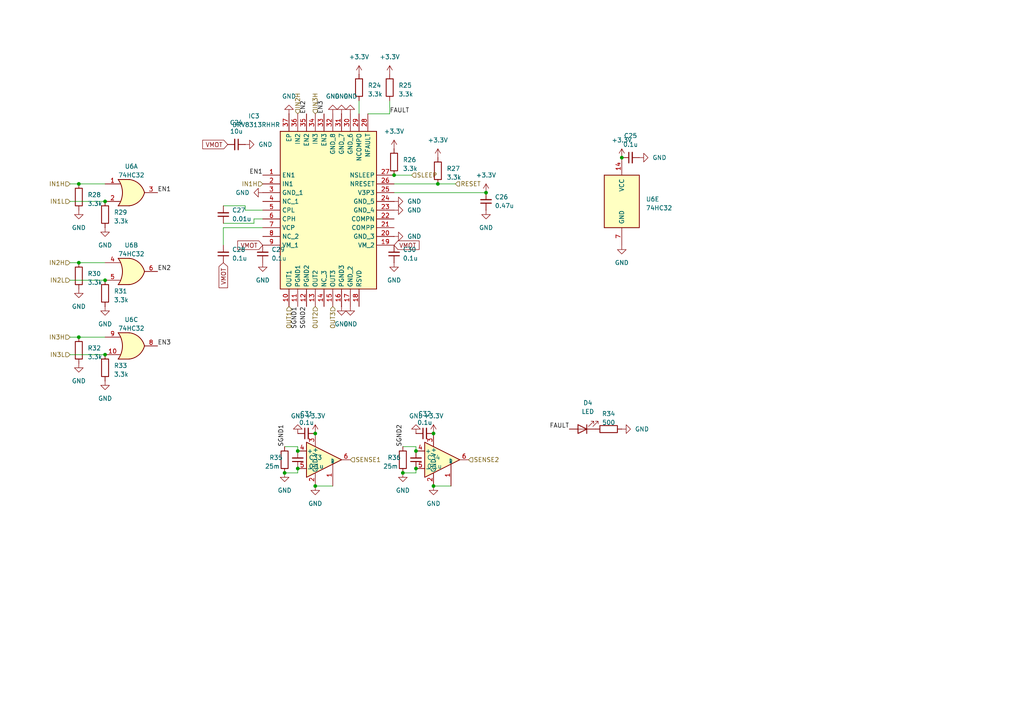
<source format=kicad_sch>
(kicad_sch (version 20250114) (generator "eeschema") (generator_version "9.0")
  (paper "A4")
  (lib_symbols
    (symbol "+3.3V_1" (power) (pin_numbers (hide yes)) (pin_names (offset 0) (hide yes))
      (property "Value" "+3.3V" (at 0 3.556 0))
      (symbol "+3.3V_1_0_1"
        (polyline (pts (xy -0.762 1.27) (xy 0 2.54)))
        (polyline (pts (xy 0 2.54) (xy 0.762 1.27)))
        (polyline (pts (xy 0 0) (xy 0 2.54)))
      )
      (symbol "+3.3V_1_1_1"
        (pin power_in line (at 0 0 90) (length 0) (name "~") (number "1"))
      )
    )
    (symbol "Amplifier_Current:INA199xxDCK" (pin_names (offset 0.127))
      (property "Reference" "U" (at 3.81 3.81 0))
      (property "Value" "INA199xxDCK" (at 3.81 -2.54 0))
      (symbol "INA199xxDCK_0_1"
        (polyline (pts (xy 5.08 0) (xy -5.08 5.08) (xy -5.08 -5.08) (xy 5.08 0)) (stroke (width 0.254)) (fill (type background)))
      )
      (symbol "INA199xxDCK_1_1"
        (pin input line (at -7.62 2.54 0) (length 2.54) (name "+") (number "4"))
        (pin input line (at -7.62 -2.54 0) (length 2.54) (name "-") (number "5"))
        (pin power_in line (at -2.54 7.62 270) (length 3.81) (name "V+") (number "3"))
        (pin power_in line (at -2.54 -7.62 90) (length 3.81) (name "GND") (number "2"))
        (pin input line (at 2.54 -7.62 90) (length 6.35) (name "REF") (number "1"))
        (pin output line (at 7.62 0 180) (length 2.54) (name "~") (number "6"))
      )
    )
    (symbol "DRV8313RHHR:DRV8313RHHR"
      (property "Reference" "IC" (at 34.29 17.78 0))
      (property "Value" "DRV8313RHHR" (at 34.29 15.24 0))
      (symbol "DRV8313RHHR_1_1"
        (rectangle (start 5.08 12.7) (end 33.02 -33.02) (stroke (width 0.254)) (fill (type background)))
        (pin passive line (at 0 0 0) (length 5.08) (name "EN1") (number "1"))
        (pin passive line (at 0 -2.54 0) (length 5.08) (name "IN1") (number "2"))
        (pin passive line (at 0 -5.08 0) (length 5.08) (name "GND_1") (number "3"))
        (pin passive line (at 0 -7.62 0) (length 5.08) (name "NC_1") (number "4"))
        (pin passive line (at 0 -10.16 0) (length 5.08) (name "CPL") (number "5"))
        (pin passive line (at 0 -12.7 0) (length 5.08) (name "CPH") (number "6"))
        (pin passive line (at 0 -15.24 0) (length 5.08) (name "VCP") (number "7"))
        (pin passive line (at 0 -17.78 0) (length 5.08) (name "NC_2") (number "8"))
        (pin passive line (at 0 -20.32 0) (length 5.08) (name "VM_1") (number "9"))
        (pin passive line (at 7.62 17.78 270) (length 5.08) (name "EP") (number "37"))
        (pin passive line (at 7.62 -38.1 90) (length 5.08) (name "OUT1") (number "10"))
        (pin passive line (at 10.16 17.78 270) (length 5.08) (name "IN2") (number "36"))
        (pin passive line (at 10.16 -38.1 90) (length 5.08) (name "PGND1") (number "11"))
        (pin passive line (at 12.7 17.78 270) (length 5.08) (name "EN2") (number "35"))
        (pin passive line (at 12.7 -38.1 90) (length 5.08) (name "PGND2") (number "12"))
        (pin passive line (at 15.24 17.78 270) (length 5.08) (name "IN3") (number "34"))
        (pin passive line (at 15.24 -38.1 90) (length 5.08) (name "OUT2") (number "13"))
        (pin passive line (at 17.78 17.78 270) (length 5.08) (name "EN3") (number "33"))
        (pin passive line (at 17.78 -38.1 90) (length 5.08) (name "NC_3") (number "14"))
        (pin passive line (at 20.32 17.78 270) (length 5.08) (name "GND_8") (number "32"))
        (pin passive line (at 20.32 -38.1 90) (length 5.08) (name "OUT3") (number "15"))
        (pin passive line (at 22.86 17.78 270) (length 5.08) (name "GND_7") (number "31"))
        (pin passive line (at 22.86 -38.1 90) (length 5.08) (name "PGND3") (number "16"))
        (pin passive line (at 25.4 17.78 270) (length 5.08) (name "GND_6") (number "30"))
        (pin passive line (at 25.4 -38.1 90) (length 5.08) (name "GND_2") (number "17"))
        (pin passive line (at 27.94 17.78 270) (length 5.08) (name "NCOMPO") (number "29"))
        (pin passive line (at 27.94 -38.1 90) (length 5.08) (name "RSVD") (number "18"))
        (pin passive line (at 30.48 17.78 270) (length 5.08) (name "NFAULT") (number "28"))
        (pin passive line (at 38.1 0 180) (length 5.08) (name "NSLEEP") (number "27"))
        (pin passive line (at 38.1 -2.54 180) (length 5.08) (name "NRESET") (number "26"))
        (pin passive line (at 38.1 -5.08 180) (length 5.08) (name "V3P3") (number "25"))
        (pin passive line (at 38.1 -7.62 180) (length 5.08) (name "GND_5") (number "24"))
        (pin passive line (at 38.1 -10.16 180) (length 5.08) (name "GND_4") (number "23"))
        (pin passive line (at 38.1 -12.7 180) (length 5.08) (name "COMPN") (number "22"))
        (pin passive line (at 38.1 -15.24 180) (length 5.08) (name "COMPP") (number "21"))
        (pin passive line (at 38.1 -17.78 180) (length 5.08) (name "GND_3") (number "20"))
        (pin passive line (at 38.1 -20.32 180) (length 5.08) (name "VM_2") (number "19"))
      )
    )
    (symbol "Device:C_Small" (pin_numbers (hide yes)) (pin_names (offset 0.254) (hide yes))
      (property "Reference" "C" (at 0.254 1.778 0))
      (property "Value" "C_Small" (at 0.254 -2.032 0))
      (symbol "C_Small_0_1"
        (polyline (pts (xy -1.524 0.508) (xy 1.524 0.508)) (stroke (width 0.3048)))
        (polyline (pts (xy -1.524 -0.508) (xy 1.524 -0.508)) (stroke (width 0.3302)))
      )
      (symbol "C_Small_1_1"
        (pin passive line (at 0 2.54 270) (length 2.032) (name "~") (number "1"))
        (pin passive line (at 0 -2.54 90) (length 2.032) (name "~") (number "2"))
      )
    )
    (symbol "Device:LED" (pin_numbers (hide yes)) (pin_names (offset 1.016) (hide yes))
      (property "Reference" "D" (at 0 2.54 0))
      (property "Value" "LED" (at 0 -2.54 0))
      (symbol "LED_0_1"
        (polyline (pts (xy -3.048 -0.762) (xy -4.572 -2.286) (xy -3.81 -2.286) (xy -4.572 -2.286) (xy -4.572 -1.524)))
        (polyline (pts (xy -1.778 -0.762) (xy -3.302 -2.286) (xy -2.54 -2.286) (xy -3.302 -2.286) (xy -3.302 -1.524)))
        (polyline (pts (xy -1.27 0) (xy 1.27 0)))
        (polyline (pts (xy -1.27 -1.27) (xy -1.27 1.27)) (stroke (width 0.254)))
        (polyline (pts (xy 1.27 -1.27) (xy 1.27 1.27) (xy -1.27 0) (xy 1.27 -1.27)) (stroke (width 0.254)))
      )
      (symbol "LED_1_1"
        (pin passive line (at -3.81 0 0) (length 2.54) (name "K") (number "1"))
        (pin passive line (at 3.81 0 180) (length 2.54) (name "A") (number "2"))
      )
    )
    (symbol "Device:R" (pin_numbers (hide yes)) (pin_names (offset 0))
      (property "Reference" "R" (at 2.032 0 90))
      (property "Value" "R" (at 0 0 90))
      (symbol "R_0_1"
        (rectangle (start -1.016 -2.54) (end 1.016 2.54) (stroke (width 0.254)))
      )
      (symbol "R_1_1"
        (pin passive line (at 0 3.81 270) (length 1.27) (name "~") (number "1"))
        (pin passive line (at 0 -3.81 90) (length 1.27) (name "~") (number "2"))
      )
    )
    (symbol "GND_1" (power) (pin_numbers (hide yes)) (pin_names (offset 0) (hide yes))
      (property "Value" "GND" (at 0 -3.81 0))
      (symbol "GND_1_0_1"
        (polyline (pts (xy 0 0) (xy 0 -1.27) (xy 1.27 -1.27) (xy 0 -2.54) (xy -1.27 -1.27) (xy 0 -1.27)))
      )
      (symbol "GND_1_1_1"
        (pin power_in line (at 0 0 270) (length 0) (name "~") (number "1"))
      )
    )
    (symbol "TacTile:74HC32" (pin_names (offset 1.016))
      (property "Reference" "U" (at 0 1.27 0))
      (property "Value" "74HC32" (at 0 -1.27 0))
      (symbol "74HC32_1_1"
        (arc (start -3.81 3.81) (mid -2.589 0) (end -3.81 -3.81) (stroke (width 0.254)))
        (polyline (pts (xy -3.81 3.81) (xy -0.635 3.81)) (stroke (width 0.254)) (fill (type background)))
        (polyline (pts (xy -3.81 -3.81) (xy -0.635 -3.81)) (stroke (width 0.254)) (fill (type background)))
        (arc (start 3.81 0) (mid 2.1855 -2.584) (end -0.6096 -3.81) (stroke (width 0.254)) (fill (type background)))
        (arc (start -0.6096 3.81) (mid 2.1928 2.5924) (end 3.81 0) (stroke (width 0.254)) (fill (type background)))
        (polyline (pts (xy -0.635 3.81) (xy -3.81 3.81) (xy -3.81 3.81) (xy -3.556 3.4036) (xy -3.0226 2.2606) (xy -2.6924 1.0414) (xy -2.6162 -0.254) (xy -2.7686 -1.4986) (xy -3.175 -2.7178) (xy -3.81 -3.81) (xy -3.81 -3.81) (xy -0.635 -3.81)) (stroke (width -25.4)) (fill (type background)))
        (pin input line (at -7.62 2.54 0) (length 4.318) (name "~") (number "1"))
        (pin input line (at -7.62 -2.54 0) (length 4.318) (name "~") (number "2"))
        (pin output line (at 7.62 0 180) (length 3.81) (name "~") (number "3"))
      )
      (symbol "74HC32_1_2"
        (arc (start 0 3.81) (mid 3.7934 0) (end 0 -3.81) (stroke (width 0.254)) (fill (type background)))
        (polyline (pts (xy 0 3.81) (xy -3.81 3.81) (xy -3.81 -3.81) (xy 0 -3.81)) (stroke (width 0.254)) (fill (type background)))
        (pin input inverted (at -7.62 2.54 0) (length 3.81) (name "~") (number "2"))
        (pin input inverted (at -7.62 -2.54 0) (length 3.81) (name "~") (number "3"))
        (pin output line (at 7.62 0 180) (length 3.81) (name "~") (number "1"))
      )
      (symbol "74HC32_2_1"
        (arc (start -3.81 3.81) (mid -2.589 0) (end -3.81 -3.81) (stroke (width 0.254)))
        (polyline (pts (xy -3.81 3.81) (xy -0.635 3.81)) (stroke (width 0.254)) (fill (type background)))
        (polyline (pts (xy -3.81 -3.81) (xy -0.635 -3.81)) (stroke (width 0.254)) (fill (type background)))
        (arc (start 3.81 0) (mid 2.1855 -2.584) (end -0.6096 -3.81) (stroke (width 0.254)) (fill (type background)))
        (arc (start -0.6096 3.81) (mid 2.1928 2.5924) (end 3.81 0) (stroke (width 0.254)) (fill (type background)))
        (polyline (pts (xy -0.635 3.81) (xy -3.81 3.81) (xy -3.81 3.81) (xy -3.556 3.4036) (xy -3.0226 2.2606) (xy -2.6924 1.0414) (xy -2.6162 -0.254) (xy -2.7686 -1.4986) (xy -3.175 -2.7178) (xy -3.81 -3.81) (xy -3.81 -3.81) (xy -0.635 -3.81)) (stroke (width -25.4)) (fill (type background)))
        (pin input line (at -7.62 2.54 0) (length 4.318) (name "~") (number "4"))
        (pin input line (at -7.62 -2.54 0) (length 4.318) (name "~") (number "5"))
        (pin output line (at 7.62 0 180) (length 3.81) (name "~") (number "6"))
      )
      (symbol "74HC32_2_2"
        (arc (start 0 3.81) (mid 3.7934 0) (end 0 -3.81) (stroke (width 0.254)) (fill (type background)))
        (polyline (pts (xy 0 3.81) (xy -3.81 3.81) (xy -3.81 -3.81) (xy 0 -3.81)) (stroke (width 0.254)) (fill (type background)))
        (pin input inverted (at -7.62 2.54 0) (length 3.81) (name "~") (number "5"))
        (pin input inverted (at -7.62 -2.54 0) (length 3.81) (name "~") (number "6"))
        (pin output line (at 7.62 0 180) (length 3.81) (name "~") (number "4"))
      )
      (symbol "74HC32_3_1"
        (arc (start -3.81 3.81) (mid -2.589 0) (end -3.81 -3.81) (stroke (width 0.254)))
        (polyline (pts (xy -3.81 3.81) (xy -0.635 3.81)) (stroke (width 0.254)) (fill (type background)))
        (polyline (pts (xy -3.81 -3.81) (xy -0.635 -3.81)) (stroke (width 0.254)) (fill (type background)))
        (arc (start 3.81 0) (mid 2.1855 -2.584) (end -0.6096 -3.81) (stroke (width 0.254)) (fill (type background)))
        (arc (start -0.6096 3.81) (mid 2.1928 2.5924) (end 3.81 0) (stroke (width 0.254)) (fill (type background)))
        (polyline (pts (xy -0.635 3.81) (xy -3.81 3.81) (xy -3.81 3.81) (xy -3.556 3.4036) (xy -3.0226 2.2606) (xy -2.6924 1.0414) (xy -2.6162 -0.254) (xy -2.7686 -1.4986) (xy -3.175 -2.7178) (xy -3.81 -3.81) (xy -3.81 -3.81) (xy -0.635 -3.81)) (stroke (width -25.4)) (fill (type background)))
        (pin input line (at -7.62 2.54 0) (length 4.318) (name "~") (number "9"))
        (pin input line (at -7.62 -2.54 0) (length 4.318) (name "~") (number "10"))
        (pin output line (at 7.62 0 180) (length 3.81) (name "~") (number "8"))
      )
      (symbol "74HC32_3_2"
        (arc (start 0 3.81) (mid 3.7934 0) (end 0 -3.81) (stroke (width 0.254)) (fill (type background)))
        (polyline (pts (xy 0 3.81) (xy -3.81 3.81) (xy -3.81 -3.81) (xy 0 -3.81)) (stroke (width 0.254)) (fill (type background)))
        (pin input inverted (at -7.62 2.54 0) (length 3.81) (name "~") (number "8"))
        (pin input inverted (at -7.62 -2.54 0) (length 3.81) (name "~") (number "9"))
        (pin output line (at 7.62 0 180) (length 3.81) (name "~") (number "10"))
      )
      (symbol "74HC32_4_1"
        (arc (start -3.81 3.81) (mid -2.589 0) (end -3.81 -3.81) (stroke (width 0.254)))
        (polyline (pts (xy -3.81 3.81) (xy -0.635 3.81)) (stroke (width 0.254)) (fill (type background)))
        (polyline (pts (xy -3.81 -3.81) (xy -0.635 -3.81)) (stroke (width 0.254)) (fill (type background)))
        (arc (start 3.81 0) (mid 2.1855 -2.584) (end -0.6096 -3.81) (stroke (width 0.254)) (fill (type background)))
        (arc (start -0.6096 3.81) (mid 2.1928 2.5924) (end 3.81 0) (stroke (width 0.254)) (fill (type background)))
        (polyline (pts (xy -0.635 3.81) (xy -3.81 3.81) (xy -3.81 3.81) (xy -3.556 3.4036) (xy -3.0226 2.2606) (xy -2.6924 1.0414) (xy -2.6162 -0.254) (xy -2.7686 -1.4986) (xy -3.175 -2.7178) (xy -3.81 -3.81) (xy -3.81 -3.81) (xy -0.635 -3.81)) (stroke (width -25.4)) (fill (type background)))
        (pin input line (at -7.62 2.54 0) (length 4.318) (name "~") (number "12"))
        (pin input line (at -7.62 -2.54 0) (length 4.318) (name "~") (number "13"))
        (pin output line (at 7.62 0 180) (length 3.81) (name "~") (number "11"))
      )
      (symbol "74HC32_4_2"
        (arc (start 0 3.81) (mid 3.7934 0) (end 0 -3.81) (stroke (width 0.254)) (fill (type background)))
        (polyline (pts (xy 0 3.81) (xy -3.81 3.81) (xy -3.81 -3.81) (xy 0 -3.81)) (stroke (width 0.254)) (fill (type background)))
        (pin input inverted (at -7.62 2.54 0) (length 3.81) (name "~") (number "11"))
        (pin input inverted (at -7.62 -2.54 0) (length 3.81) (name "~") (number "12"))
        (pin output line (at 7.62 0 180) (length 3.81) (name "~") (number "13"))
      )
      (symbol "74HC32_5_0"
        (pin power_in line (at 0 12.7 270) (length 5.08) (name "VCC") (number "14"))
        (pin power_in line (at 0 -12.7 90) (length 5.08) (name "GND") (number "7"))
      )
      (symbol "74HC32_5_1"
        (rectangle (start -5.08 7.62) (end 5.08 -7.62) (stroke (width 0.254)) (fill (type background)))
      )
    )
    (symbol "power:GND" (power) (pin_numbers (hide yes)) (pin_names (offset 0) (hide yes))
      (property "Value" "GND" (at 0 -3.81 0))
      (symbol "GND_0_1"
        (polyline (pts (xy 0 0) (xy 0 -1.27) (xy 1.27 -1.27) (xy 0 -2.54) (xy -1.27 -1.27) (xy 0 -1.27)))
      )
      (symbol "GND_1_1"
        (pin power_in line (at 0 0 270) (length 0) (name "~") (number "1"))
      )
    )
  )
  (junction (at 30.48 58.42))
  (junction (at 22.86 97.79))
  (junction (at 125.73 140.97))
  (junction (at 120.65 130.81))
  (junction (at 91.44 140.97))
  (junction (at 22.86 76.2))
  (junction (at 86.36 130.81))
  (junction (at 140.97 55.88))
  (junction (at 127 53.34))
  (junction (at 125.73 125.73))
  (junction (at 82.55 137.16))
  (junction (at 114.3 50.8))
  (junction (at 180.34 45.72))
  (junction (at 116.84 137.16))
  (junction (at 30.48 81.28))
  (junction (at 91.44 125.73))
  (junction (at 30.48 102.87))
  (junction (at 22.86 53.34))
  (junction (at 120.65 135.89))
  (junction (at 86.36 135.89))
  (wire (pts (xy 127 53.34) (xy 114.3 53.34)))
  (wire (pts (xy 106.68 33.02) (xy 113.03 33.02)))
  (wire (pts (xy 120.65 129.54) (xy 120.65 130.81)))
  (wire (pts (xy 22.86 53.34) (xy 30.48 53.34)))
  (wire (pts (xy 132.08 53.34) (xy 127 53.34)))
  (wire (pts (xy 20.32 76.2) (xy 22.86 76.2)))
  (wire (pts (xy 113.03 33.02) (xy 113.03 29.21)))
  (wire (pts (xy 64.77 66.04) (xy 64.77 71.12)))
  (wire (pts (xy 71.12 59.69) (xy 64.77 59.69)))
  (wire (pts (xy 86.36 137.16) (xy 86.36 135.89)))
  (wire (pts (xy 86.36 129.54) (xy 86.36 130.81)))
  (wire (pts (xy 116.84 137.16) (xy 120.65 137.16)))
  (wire (pts (xy 120.65 137.16) (xy 120.65 135.89)))
  (wire (pts (xy 71.12 60.96) (xy 71.12 59.69)))
  (wire (pts (xy 64.77 66.04) (xy 76.2 66.04)))
  (wire (pts (xy 82.55 129.54) (xy 86.36 129.54)))
  (wire (pts (xy 114.3 55.88) (xy 140.97 55.88)))
  (wire (pts (xy 73.66 63.5) (xy 73.66 64.77)))
  (wire (pts (xy 20.32 81.28) (xy 30.48 81.28)))
  (wire (pts (xy 20.32 58.42) (xy 30.48 58.42)))
  (wire (pts (xy 91.44 140.97) (xy 96.52 140.97)))
  (wire (pts (xy 76.2 60.96) (xy 71.12 60.96)))
  (wire (pts (xy 125.73 140.97) (xy 130.81 140.97)))
  (wire (pts (xy 20.32 97.79) (xy 22.86 97.79)))
  (wire (pts (xy 76.2 63.5) (xy 73.66 63.5)))
  (wire (pts (xy 73.66 64.77) (xy 64.77 64.77)))
  (wire (pts (xy 22.86 76.2) (xy 30.48 76.2)))
  (wire (pts (xy 22.86 97.79) (xy 30.48 97.79)))
  (wire (pts (xy 104.14 29.21) (xy 104.14 33.02)))
  (wire (pts (xy 119.38 50.8) (xy 114.3 50.8)))
  (wire (pts (xy 20.32 53.34) (xy 22.86 53.34)))
  (wire (pts (xy 82.55 137.16) (xy 86.36 137.16)))
  (wire (pts (xy 116.84 129.54) (xy 120.65 129.54)))
  (wire (pts (xy 20.32 102.87) (xy 30.48 102.87)))
  (label "EN2" (at 45.72 78.74 0))
  (label "SGND2" (at 116.84 129.54 90))
  (label "SGND1" (at 82.55 129.54 90))
  (label "FAULT" (at 165.1 124.46 180))
  (label "EN3" (at 45.72 100.33 0))
  (label "EN1" (at 45.72 55.88 0))
  (label "FAULT" (at 113.03 33.02 0))
  (label "EN1" (at 76.2 50.8 180))
  (label "SGND2" (at 88.9 88.9 270))
  (label "EN3" (at 93.98 33.02 90))
  (label "SGND1" (at 86.36 88.9 270))
  (label "EN2" (at 88.9 33.02 90))
  (global_label "VMOT" (shape input) (at 64.77 76.2 270) (property "Intersheetrefs" "${INTERSHEET_REFS}" (effects (hide yes))))
  (global_label "VMOT" (shape input) (at 66.04 41.91 180) (property "Intersheetrefs" "${INTERSHEET_REFS}" (effects (hide yes))))
  (global_label "VMOT" (shape input) (at 76.2 71.12 180) (property "Intersheetrefs" "${INTERSHEET_REFS}" (effects (hide yes))))
  (global_label "VMOT" (shape input) (at 114.3 71.12 0) (property "Intersheetrefs" "${INTERSHEET_REFS}" (effects (hide yes))))
  (hierarchical_label "IN2H" (shape input) (at 86.36 33.02 90))
  (hierarchical_label "OUT3" (shape input) (at 96.52 88.9 270))
  (hierarchical_label "OUT1" (shape input) (at 83.82 88.9 270))
  (hierarchical_label "IN2L" (shape input) (at 20.32 81.28 180))
  (hierarchical_label "IN3H" (shape input) (at 20.32 97.79 180))
  (hierarchical_label "IN3L" (shape input) (at 20.32 102.87 180))
  (hierarchical_label "IN1H" (shape input) (at 20.32 53.34 180))
  (hierarchical_label "IN1L" (shape input) (at 20.32 58.42 180))
  (hierarchical_label "SENSE2" (shape input) (at 135.89 133.35 0))
  (hierarchical_label "IN1H" (shape input) (at 76.2 53.34 180))
  (hierarchical_label "SENSE1" (shape input) (at 101.6 133.35 0))
  (hierarchical_label "RESET" (shape input) (at 132.08 53.34 0))
  (hierarchical_label "OUT2" (shape input) (at 91.44 88.9 270))
  (hierarchical_label "IN3H" (shape input) (at 91.44 33.02 90))
  (hierarchical_label "SLEEP" (shape input) (at 119.38 50.8 0))
  (hierarchical_label "IN2H" (shape input) (at 20.32 76.2 180))
  (symbol (lib_id "Device:C_Small") (at 86.36 133.35 180) (unit 1)
    (property "Reference" "C22" (at 89.535 132.7086 0) (effects (justify right)))
    (property "Value" "0.1u" (at 89.535 135.2486 0) (effects (justify right)))
    (property "Footprint" "Capacitor_SMD:C_0402_1005Metric" (effects (hide yes)))
    (instances (project "DRIFT_Driver" (path "" (reference "C33") (unit 1)) (path "" (reference "C22") (unit 1))))
  )
  (symbol (lib_name "+3.3V_1") (lib_id "power:+3.3V") (at 91.44 125.73 0) (unit 1)
    (property "Reference" "#PWR065" (effects (hide yes)))
    (property "Value" "+3.3V" (at 91.44 120.65 0))
    (property "Description" "Power symbol creates a global label with name \"+3.3V\"" (effects (hide yes)))
    (instances (project "DRIFT_Driver" (path "" (reference "#PWR0102") (unit 1)) (path "" (reference "#PWR065") (unit 1))))
  )
  (symbol (lib_name "GND_1") (lib_id "power:GND") (at 83.82 33.02 180) (unit 1)
    (property "Reference" "#PWR037" (effects (hide yes)))
    (property "Value" "GND" (at 83.82 27.94 0))
    (property "Description" "Power symbol creates a global label with name \"GND\" , ground" (effects (hide yes)))
    (instances (project "DRIFT_Driver" (path "" (reference "#PWR074") (unit 1)) (path "" (reference "#PWR037") (unit 1))))
  )
  (symbol (lib_name "+3.3V_1") (lib_id "power:+3.3V") (at 125.73 125.73 0) (unit 1)
    (property "Reference" "#PWR067" (effects (hide yes)))
    (property "Value" "+3.3V" (at 125.73 120.65 0))
    (property "Description" "Power symbol creates a global label with name \"+3.3V\"" (effects (hide yes)))
    (instances (project "DRIFT_Driver" (path "" (reference "#PWR0104") (unit 1)) (path "" (reference "#PWR067") (unit 1))))
  )
  (symbol (lib_name "GND_1") (lib_id "power:GND") (at 30.48 66.04 0) (unit 1)
    (property "Reference" "#PWR052" (effects (hide yes)))
    (property "Value" "GND" (at 30.48 71.12 0))
    (property "Description" "Power symbol creates a global label with name \"GND\" , ground" (effects (hide yes)))
    (instances (project "DRIFT_Driver" (path "" (reference "#PWR089") (unit 1)) (path "" (reference "#PWR052") (unit 1))))
  )
  (symbol (lib_name "GND_1") (lib_id "power:GND") (at 114.3 76.2 0) (unit 1)
    (property "Reference" "#PWR056" (effects (hide yes)))
    (property "Value" "GND" (at 114.3 81.28 0))
    (property "Description" "Power symbol creates a global label with name \"GND\" , ground" (effects (hide yes)))
    (instances (project "DRIFT_Driver" (path "" (reference "#PWR093") (unit 1)) (path "" (reference "#PWR056") (unit 1))))
  )
  (symbol (lib_id "Device:C_Small") (at 64.77 73.66 180) (unit 1)
    (property "Reference" "C17" (at 67.31 72.3835 0) (effects (justify right)))
    (property "Value" "0.1u" (at 67.31 74.9235 0) (effects (justify right)))
    (property "Footprint" "Capacitor_SMD:C_0402_1005Metric" (effects (hide yes)))
    (instances (project "DRIFT_Driver" (path "" (reference "C28") (unit 1)) (path "" (reference "C17") (unit 1))))
  )
  (symbol (lib_name "GND_1") (lib_id "power:GND") (at 76.2 76.2 0) (unit 1)
    (property "Reference" "#PWR055" (effects (hide yes)))
    (property "Value" "GND" (at 76.2 81.28 0))
    (property "Description" "Power symbol creates a global label with name \"GND\" , ground" (effects (hide yes)))
    (instances (project "DRIFT_Driver" (path "" (reference "#PWR092") (unit 1)) (path "" (reference "#PWR055") (unit 1))))
  )
  (symbol (lib_name "GND_1") (lib_id "power:GND") (at 140.97 60.96 0) (unit 1)
    (property "Reference" "#PWR051" (effects (hide yes)))
    (property "Value" "GND" (at 140.97 66.04 0))
    (property "Description" "Power symbol creates a global label with name \"GND\" , ground" (effects (hide yes)))
    (instances (project "DRIFT_Driver" (path "" (reference "#PWR088") (unit 1)) (path "" (reference "#PWR051") (unit 1))))
  )
  (symbol (lib_name "+3.3V_1") (lib_id "power:+3.3V") (at 180.34 45.72 0) (unit 1)
    (property "Reference" "#PWR044" (effects (hide yes)))
    (property "Value" "+3.3V" (at 180.34 40.64 0))
    (property "Description" "Power symbol creates a global label with name \"+3.3V\"" (effects (hide yes)))
    (instances (project "DRIFT_Driver" (path "" (reference "#PWR081") (unit 1)) (path "" (reference "#PWR044") (unit 1))))
  )
  (symbol (lib_id "power:GND") (at 185.42 45.72 90) (unit 1)
    (property "Reference" "#PWR045" (effects (hide yes)))
    (property "Value" "GND" (at 189.23 45.7199 90) (effects (justify right)))
    (property "Description" "Power symbol creates a global label with name \"GND\" , ground" (effects (hide yes)))
    (instances (project "" (path "" (reference "#PWR082") (unit 1)) (path "" (reference "#PWR045") (unit 1))))
  )
  (symbol (lib_id "Device:C_Small") (at 64.77 62.23 180) (unit 1)
    (property "Reference" "C16" (at 67.31 60.9535 0) (effects (justify right)))
    (property "Value" "0.01u" (at 67.31 63.4935 0) (effects (justify right)))
    (property "Footprint" "Capacitor_SMD:C_0402_1005Metric" (effects (hide yes)))
    (instances (project "DRIFT_Driver" (path "" (reference "C27") (unit 1)) (path "" (reference "C16") (unit 1))))
  )
  (symbol (lib_name "GND_1") (lib_id "power:GND") (at 125.73 140.97 0) (unit 1)
    (property "Reference" "#PWR071" (effects (hide yes)))
    (property "Value" "GND" (at 125.73 146.05 0))
    (property "Description" "Power symbol creates a global label with name \"GND\" , ground" (effects (hide yes)))
    (instances (project "DRIFT_Driver" (path "" (reference "#PWR0108") (unit 1)) (path "" (reference "#PWR071") (unit 1))))
  )
  (symbol (lib_id "Device:R") (at 30.48 62.23 180) (unit 1)
    (property "Reference" "R16" (at 33.02 61.595 0) (effects (justify right)))
    (property "Value" "3.3k" (at 33.02 64.135 0) (effects (justify right)))
    (property "Footprint" "Resistor_SMD:R_0402_1005Metric" (effects (hide yes)))
    (instances (project "DRIFT_Driver" (path "" (reference "R29") (unit 1)) (path "" (reference "R16") (unit 1))))
  )
  (symbol (lib_name "GND_1") (lib_id "power:GND") (at 120.65 125.73 180) (unit 1)
    (property "Reference" "#PWR066" (effects (hide yes)))
    (property "Value" "GND" (at 120.65 120.65 0))
    (property "Description" "Power symbol creates a global label with name \"GND\" , ground" (effects (hide yes)))
    (instances (project "DRIFT_Driver" (path "" (reference "#PWR0103") (unit 1)) (path "" (reference "#PWR066") (unit 1))))
  )
  (symbol (lib_name "GND_1") (lib_id "power:GND") (at 99.06 88.9 0) (unit 1)
    (property "Reference" "#PWR059" (effects (hide yes)))
    (property "Value" "GND" (at 99.06 93.98 0))
    (property "Description" "Power symbol creates a global label with name \"GND\" , ground" (effects (hide yes)))
    (instances (project "DRIFT_Driver" (path "" (reference "#PWR096") (unit 1)) (path "" (reference "#PWR059") (unit 1))))
  )
  (symbol (lib_id "Device:C_Small") (at 140.97 58.42 180) (unit 1)
    (property "Reference" "C15" (at 143.51 57.1435 0) (effects (justify right)))
    (property "Value" "0.47u" (at 143.51 59.6835 0) (effects (justify right)))
    (property "Footprint" "Capacitor_SMD:C_0402_1005Metric" (effects (hide yes)))
    (instances (project "DRIFT_Driver" (path "" (reference "C26") (unit 1)) (path "" (reference "C15") (unit 1))))
  )
  (symbol (lib_name "+3.3V_1") (lib_id "power:+3.3V") (at 140.97 55.88 0) (unit 1)
    (property "Reference" "#PWR047" (effects (hide yes)))
    (property "Value" "+3.3V" (at 140.97 50.8 0))
    (property "Description" "Power symbol creates a global label with name \"+3.3V\"" (effects (hide yes)))
    (instances (project "DRIFT_Driver" (path "" (reference "#PWR084") (unit 1)) (path "" (reference "#PWR047") (unit 1))))
  )
  (symbol (lib_id "Device:C_Small") (at 182.88 45.72 90) (unit 1)
    (property "Reference" "C14" (at 182.8863 39.37 90))
    (property "Value" "0.1u" (at 182.8863 41.91 90))
    (property "Footprint" "Capacitor_SMD:C_0402_1005Metric" (effects (hide yes)))
    (instances (project "DRIFT_Driver" (path "" (reference "C25") (unit 1)) (path "" (reference "C14") (unit 1))))
  )
  (symbol (lib_name "GND_1") (lib_id "power:GND") (at 96.52 33.02 180) (unit 1)
    (property "Reference" "#PWR038" (effects (hide yes)))
    (property "Value" "GND" (at 96.52 27.94 0))
    (property "Description" "Power symbol creates a global label with name \"GND\" , ground" (effects (hide yes)))
    (instances (project "DRIFT_Driver" (path "" (reference "#PWR075") (unit 1)) (path "" (reference "#PWR038") (unit 1))))
  )
  (symbol (lib_id "Device:R") (at 22.86 101.6 180) (unit 1)
    (property "Reference" "R19" (at 25.4 100.965 0) (effects (justify right)))
    (property "Value" "3.3k" (at 25.4 103.505 0) (effects (justify right)))
    (property "Footprint" "Resistor_SMD:R_0402_1005Metric" (effects (hide yes)))
    (instances (project "DRIFT_Driver" (path "" (reference "R32") (unit 1)) (path "" (reference "R19") (unit 1))))
  )
  (symbol (lib_name "GND_1") (lib_id "power:GND") (at 180.34 124.46 90) (unit 1)
    (property "Reference" "#PWR063" (effects (hide yes)))
    (property "Value" "GND" (at 184.15 124.4599 90) (effects (justify right)))
    (property "Description" "Power symbol creates a global label with name \"GND\" , ground" (effects (hide yes)))
    (instances (project "" (path "" (reference "#PWR0100") (unit 1)) (path "" (reference "#PWR063") (unit 1))))
  )
  (symbol (lib_id "Device:C_Small") (at 68.58 41.91 270) (unit 1)
    (property "Reference" "C13" (at 68.5736 35.56 90))
    (property "Value" "10u" (at 68.5736 38.1 90))
    (property "Footprint" "Capacitor_SMD:C_0805_2012Metric" (effects (hide yes)))
    (instances (project "DRIFT_Driver" (path "" (reference "C24") (unit 1)) (path "" (reference "C13") (unit 1))))
  )
  (symbol (lib_name "GND_1") (lib_id "power:GND") (at 86.36 125.73 180) (unit 1)
    (property "Reference" "#PWR064" (effects (hide yes)))
    (property "Value" "GND" (at 86.36 120.65 0))
    (property "Description" "Power symbol creates a global label with name \"GND\" , ground" (effects (hide yes)))
    (instances (project "DRIFT_Driver" (path "" (reference "#PWR0101") (unit 1)) (path "" (reference "#PWR064") (unit 1))))
  )
  (symbol (lib_name "+3.3V_1") (lib_id "power:+3.3V") (at 114.3 43.18 0) (unit 1)
    (property "Reference" "#PWR042" (effects (hide yes)))
    (property "Value" "+3.3V" (at 114.3 38.1 0))
    (property "Description" "Power symbol creates a global label with name \"+3.3V\"" (effects (hide yes)))
    (instances (project "DRIFT_Driver" (path "" (reference "#PWR079") (unit 1)) (path "" (reference "#PWR042") (unit 1))))
  )
  (symbol (lib_id "Device:C_Small") (at 114.3 73.66 180) (unit 1)
    (property "Reference" "C19" (at 116.84 72.3835 0) (effects (justify right)))
    (property "Value" "0.1u" (at 116.84 74.9235 0) (effects (justify right)))
    (property "Footprint" "Capacitor_SMD:C_0402_1005Metric" (effects (hide yes)))
    (instances (project "DRIFT_Driver" (path "" (reference "C30") (unit 1)) (path "" (reference "C19") (unit 1))))
  )
  (symbol (lib_name "GND_1") (lib_id "power:GND") (at 71.12 41.91 90) (unit 1)
    (property "Reference" "#PWR041" (effects (hide yes)))
    (property "Value" "GND" (at 74.93 41.9099 90) (effects (justify right)))
    (property "Description" "Power symbol creates a global label with name \"GND\" , ground" (effects (hide yes)))
    (instances (project "DRIFT_Driver" (path "" (reference "#PWR078") (unit 1)) (path "" (reference "#PWR041") (unit 1))))
  )
  (symbol (lib_name "GND_1") (lib_id "power:GND") (at 22.86 83.82 0) (unit 1)
    (property "Reference" "#PWR057" (effects (hide yes)))
    (property "Value" "GND" (at 22.86 88.9 0))
    (property "Description" "Power symbol creates a global label with name \"GND\" , ground" (effects (hide yes)))
    (instances (project "DRIFT_Driver" (path "" (reference "#PWR094") (unit 1)) (path "" (reference "#PWR057") (unit 1))))
  )
  (symbol (lib_id "Amplifier_Current:INA199xxDCK") (at 93.98 133.35 0) (unit 1)
    (property "Reference" "U4" (effects (hide yes)))
    (property "Value" "INA199xxDCK" (effects (hide yes)))
    (property "Footprint" "Package_TO_SOT_SMD:SOT-363_SC-70-6" (effects (hide yes)))
    (property "Datasheet" "http://www.ti.com/lit/ds/symlink/ina199.pdf" (effects (hide yes)))
    (instances (project "DRIFT_Driver" (path "" (reference "U7") (unit 1)) (path "" (reference "U4") (unit 1))))
  )
  (symbol (lib_id "Device:C_Small") (at 76.2 73.66 180) (unit 1)
    (property "Reference" "C18" (at 78.74 72.3835 0) (effects (justify right)))
    (property "Value" "0.1u" (at 78.74 74.9235 0) (effects (justify right)))
    (property "Footprint" "Capacitor_SMD:C_0402_1005Metric" (effects (hide yes)))
    (instances (project "DRIFT_Driver" (path "" (reference "C29") (unit 1)) (path "" (reference "C18") (unit 1))))
  )
  (symbol (lib_name "GND_1") (lib_id "power:GND") (at 82.55 137.16 0) (unit 1)
    (property "Reference" "#PWR068" (effects (hide yes)))
    (property "Value" "GND" (at 82.55 142.24 0))
    (property "Description" "Power symbol creates a global label with name \"GND\" , ground" (effects (hide yes)))
    (instances (project "DRIFT_Driver" (path "" (reference "#PWR0105") (unit 1)) (path "" (reference "#PWR068") (unit 1))))
  )
  (symbol (lib_name "GND_1") (lib_id "power:GND") (at 116.84 137.16 0) (unit 1)
    (property "Reference" "#PWR069" (effects (hide yes)))
    (property "Value" "GND" (at 116.84 142.24 0))
    (property "Description" "Power symbol creates a global label with name \"GND\" , ground" (effects (hide yes)))
    (instances (project "DRIFT_Driver" (path "" (reference "#PWR0106") (unit 1)) (path "" (reference "#PWR069") (unit 1))))
  )
  (symbol (lib_id "TacTile:74HC32") (at 38.1 78.74 0) (unit 2)
    (property "Reference" "U3" (at 38.1 71.12 0))
    (property "Value" "74HC32" (at 38.1 73.66 0))
    (property "Footprint" "Package_SO:SOIC-14_3.9x8.7mm_P1.27mm" (effects (hide yes)))
    (property "Datasheet" "https://www.ti.com/lit/ds/symlink/cd74hc32.pdf" (effects (hide yes)))
    (instances (project "DRIFT_Driver" (path "" (reference "U6") (unit 2)) (path "" (reference "U3") (unit 2))))
  )
  (symbol (lib_name "GND_1") (lib_id "power:GND") (at 22.86 105.41 0) (unit 1)
    (property "Reference" "#PWR061" (effects (hide yes)))
    (property "Value" "GND" (at 22.86 110.49 0))
    (property "Description" "Power symbol creates a global label with name \"GND\" , ground" (effects (hide yes)))
    (instances (project "DRIFT_Driver" (path "" (reference "#PWR098") (unit 1)) (path "" (reference "#PWR061") (unit 1))))
  )
  (symbol (lib_name "GND_1") (lib_id "power:GND") (at 101.6 33.02 180) (unit 1)
    (property "Reference" "#PWR040" (effects (hide yes)))
    (property "Value" "GND" (at 101.6 27.94 0))
    (property "Description" "Power symbol creates a global label with name \"GND\" , ground" (effects (hide yes)))
    (instances (project "DRIFT_Driver" (path "" (reference "#PWR077") (unit 1)) (path "" (reference "#PWR040") (unit 1))))
  )
  (symbol (lib_name "GND_1") (lib_id "power:GND") (at 30.48 110.49 0) (unit 1)
    (property "Reference" "#PWR062" (effects (hide yes)))
    (property "Value" "GND" (at 30.48 115.57 0))
    (property "Description" "Power symbol creates a global label with name \"GND\" , ground" (effects (hide yes)))
    (instances (project "DRIFT_Driver" (path "" (reference "#PWR099") (unit 1)) (path "" (reference "#PWR062") (unit 1))))
  )
  (symbol (lib_name "GND_1") (lib_id "power:GND") (at 114.3 58.42 90) (unit 1)
    (property "Reference" "#PWR048" (effects (hide yes)))
    (property "Value" "GND" (at 118.11 58.4199 90) (effects (justify right)))
    (property "Description" "Power symbol creates a global label with name \"GND\" , ground" (effects (hide yes)))
    (instances (project "DRIFT_Driver" (path "" (reference "#PWR085") (unit 1)) (path "" (reference "#PWR048") (unit 1))))
  )
  (symbol (lib_name "GND_1") (lib_id "power:GND") (at 99.06 33.02 180) (unit 1)
    (property "Reference" "#PWR039" (effects (hide yes)))
    (property "Value" "GND" (at 99.06 27.94 0))
    (property "Description" "Power symbol creates a global label with name \"GND\" , ground" (effects (hide yes)))
    (instances (project "DRIFT_Driver" (path "" (reference "#PWR076") (unit 1)) (path "" (reference "#PWR039") (unit 1))))
  )
  (symbol (lib_id "TacTile:74HC32") (at 180.34 58.42 0) (unit 5)
    (property "Reference" "U3" (at 187.325 57.785 0) (effects (justify left)))
    (property "Value" "74HC32" (at 187.325 60.325 0) (effects (justify left)))
    (property "Footprint" "Package_SO:SOIC-14_3.9x8.7mm_P1.27mm" (effects (hide yes)))
    (property "Datasheet" "https://www.ti.com/lit/ds/symlink/cd74hc32.pdf" (effects (hide yes)))
    (instances (project "DRIFT_Driver" (path "" (reference "U6") (unit 5)) (path "" (reference "U3") (unit 5))))
  )
  (symbol (lib_name "GND_1") (lib_id "power:GND") (at 114.3 60.96 90) (unit 1)
    (property "Reference" "#PWR050" (effects (hide yes)))
    (property "Value" "GND" (at 118.11 60.9599 90) (effects (justify right)))
    (property "Description" "Power symbol creates a global label with name \"GND\" , ground" (effects (hide yes)))
    (instances (project "DRIFT_Driver" (path "" (reference "#PWR087") (unit 1)) (path "" (reference "#PWR050") (unit 1))))
  )
  (symbol (lib_id "Device:C_Small") (at 88.9 125.73 90) (unit 1)
    (property "Reference" "C20" (at 88.9063 120.015 90))
    (property "Value" "0.1u" (at 88.9063 122.555 90))
    (property "Footprint" "Capacitor_SMD:C_0402_1005Metric" (effects (hide yes)))
    (instances (project "DRIFT_Driver" (path "" (reference "C31") (unit 1)) (path "" (reference "C20") (unit 1))))
  )
  (symbol (lib_name "GND_1") (lib_id "power:GND") (at 91.44 140.97 0) (unit 1)
    (property "Reference" "#PWR070" (effects (hide yes)))
    (property "Value" "GND" (at 91.44 146.05 0))
    (property "Description" "Power symbol creates a global label with name \"GND\" , ground" (effects (hide yes)))
    (instances (project "DRIFT_Driver" (path "" (reference "#PWR0107") (unit 1)) (path "" (reference "#PWR070") (unit 1))))
  )
  (symbol (lib_id "TacTile:74HC32") (at 38.1 55.88 0) (unit 1)
    (property "Reference" "U3" (at 38.1 48.26 0))
    (property "Value" "74HC32" (at 38.1 50.8 0))
    (property "Footprint" "Package_SO:SOIC-14_3.9x8.7mm_P1.27mm" (effects (hide yes)))
    (property "Datasheet" "https://www.ti.com/lit/ds/symlink/cd74hc32.pdf" (effects (hide yes)))
    (instances (project "DRIFT_Driver" (path "" (reference "U6") (unit 1)) (path "" (reference "U3") (unit 1))))
  )
  (symbol (lib_id "Device:R") (at 114.3 46.99 180) (unit 1)
    (property "Reference" "R13" (at 116.84 46.355 0) (effects (justify right)))
    (property "Value" "3.3k" (at 116.84 48.895 0) (effects (justify right)))
    (property "Footprint" "Resistor_SMD:R_0402_1005Metric" (effects (hide yes)))
    (instances (project "DRIFT_Driver" (path "" (reference "R26") (unit 1)) (path "" (reference "R13") (unit 1))))
  )
  (symbol (lib_id "Device:R") (at 82.55 133.35 0) (unit 1)
    (property "Reference" "R22" (at 78.105 132.715 0) (effects (justify left)))
    (property "Value" "25m" (at 76.835 135.255 0) (effects (justify left)))
    (property "Footprint" "Resistor_SMD:R_0603_1608Metric" (effects (hide yes)))
    (instances (project "DRIFT_Driver" (path "" (reference "R35") (unit 1)) (path "" (reference "R22") (unit 1))))
  )
  (symbol (lib_name "GND_1") (lib_id "power:GND") (at 76.2 55.88 270) (unit 1)
    (property "Reference" "#PWR046" (effects (hide yes)))
    (property "Value" "GND" (at 72.39 55.8799 90) (effects (justify right)))
    (property "Description" "Power symbol creates a global label with name \"GND\" , ground" (effects (hide yes)))
    (instances (project "DRIFT_Driver" (path "" (reference "#PWR083") (unit 1)) (path "" (reference "#PWR046") (unit 1))))
  )
  (symbol (lib_id "Device:C_Small") (at 123.19 125.73 90) (unit 1)
    (property "Reference" "C21" (at 123.1963 120.015 90))
    (property "Value" "0.1u" (at 123.1963 122.555 90))
    (property "Footprint" "Capacitor_SMD:C_0402_1005Metric" (effects (hide yes)))
    (instances (project "DRIFT_Driver" (path "" (reference "C32") (unit 1)) (path "" (reference "C21") (unit 1))))
  )
  (symbol (lib_id "Device:R") (at 176.53 124.46 90) (unit 1)
    (property "Reference" "R21" (at 176.53 120.015 90))
    (property "Value" "500" (at 176.53 122.555 90))
    (property "Footprint" "Resistor_SMD:R_0402_1005Metric" (effects (hide yes)))
    (instances (project "DRIFT_Driver" (path "" (reference "R34") (unit 1)) (path "" (reference "R21") (unit 1))))
  )
  (symbol (lib_id "Device:R") (at 30.48 85.09 180) (unit 1)
    (property "Reference" "R18" (at 33.02 84.455 0) (effects (justify right)))
    (property "Value" "3.3k" (at 33.02 86.995 0) (effects (justify right)))
    (property "Footprint" "Resistor_SMD:R_0402_1005Metric" (effects (hide yes)))
    (instances (project "DRIFT_Driver" (path "" (reference "R31") (unit 1)) (path "" (reference "R18") (unit 1))))
  )
  (symbol (lib_id "TacTile:74HC32") (at 38.1 100.33 0) (unit 3)
    (property "Reference" "U3" (at 38.1 92.71 0))
    (property "Value" "74HC32" (at 38.1 95.25 0))
    (property "Footprint" "Package_SO:SOIC-14_3.9x8.7mm_P1.27mm" (effects (hide yes)))
    (property "Datasheet" "https://www.ti.com/lit/ds/symlink/cd74hc32.pdf" (effects (hide yes)))
    (instances (project "DRIFT_Driver" (path "" (reference "U6") (unit 3)) (path "" (reference "U3") (unit 3))))
  )
  (symbol (lib_id "Device:R") (at 104.14 25.4 180) (unit 1)
    (property "Reference" "R11" (at 106.68 24.765 0) (effects (justify right)))
    (property "Value" "3.3k" (at 106.68 27.305 0) (effects (justify right)))
    (property "Footprint" "Resistor_SMD:R_0402_1005Metric" (effects (hide yes)))
    (instances (project "DRIFT_Driver" (path "" (reference "R24") (unit 1)) (path "" (reference "R11") (unit 1))))
  )
  (symbol (lib_id "Device:R") (at 30.48 106.68 180) (unit 1)
    (property "Reference" "R20" (at 33.02 106.045 0) (effects (justify right)))
    (property "Value" "3.3k" (at 33.02 108.585 0) (effects (justify right)))
    (property "Footprint" "Resistor_SMD:R_0402_1005Metric" (effects (hide yes)))
    (instances (project "DRIFT_Driver" (path "" (reference "R33") (unit 1)) (path "" (reference "R20") (unit 1))))
  )
  (symbol (lib_id "Device:R") (at 113.03 25.4 180) (unit 1)
    (property "Reference" "R12" (at 115.57 24.765 0) (effects (justify right)))
    (property "Value" "3.3k" (at 115.57 27.305 0) (effects (justify right)))
    (property "Footprint" "Resistor_SMD:R_0402_1005Metric" (effects (hide yes)))
    (instances (project "DRIFT_Driver" (path "" (reference "R25") (unit 1)) (path "" (reference "R12") (unit 1))))
  )
  (symbol (lib_name "GND_1") (lib_id "power:GND") (at 101.6 88.9 0) (unit 1)
    (property "Reference" "#PWR060" (effects (hide yes)))
    (property "Value" "GND" (at 101.6 93.98 0))
    (property "Description" "Power symbol creates a global label with name \"GND\" , ground" (effects (hide yes)))
    (instances (project "DRIFT_Driver" (path "" (reference "#PWR097") (unit 1)) (path "" (reference "#PWR060") (unit 1))))
  )
  (symbol (lib_id "Device:R") (at 116.84 133.35 0) (unit 1)
    (property "Reference" "R23" (at 112.395 132.715 0) (effects (justify left)))
    (property "Value" "25m" (at 111.125 135.255 0) (effects (justify left)))
    (property "Footprint" "Resistor_SMD:R_0603_1608Metric" (effects (hide yes)))
    (instances (project "DRIFT_Driver" (path "" (reference "R36") (unit 1)) (path "" (reference "R23") (unit 1))))
  )
  (symbol (lib_id "Device:LED") (at 168.91 124.46 180) (unit 1)
    (property "Reference" "D3" (at 170.4975 116.84 0))
    (property "Value" "LED" (at 170.4975 119.38 0))
    (property "Footprint" "LED_SMD:LED_0603_1608Metric" (effects (hide yes)))
    (property "Description" "Light emitting diode" (effects (hide yes)))
    (property "Sim.Pins" "1=K 2=A" (effects (hide yes)))
    (instances (project "" (path "" (reference "D4") (unit 1)) (path "" (reference "D3") (unit 1))))
  )
  (symbol (lib_id "Device:R") (at 22.86 80.01 180) (unit 1)
    (property "Reference" "R17" (at 25.4 79.375 0) (effects (justify right)))
    (property "Value" "3.3k" (at 25.4 81.915 0) (effects (justify right)))
    (property "Footprint" "Resistor_SMD:R_0402_1005Metric" (effects (hide yes)))
    (instances (project "DRIFT_Driver" (path "" (reference "R30") (unit 1)) (path "" (reference "R17") (unit 1))))
  )
  (symbol (lib_name "GND_1") (lib_id "power:GND") (at 180.34 71.12 0) (unit 1)
    (property "Reference" "#PWR054" (effects (hide yes)))
    (property "Value" "GND" (at 180.34 76.2 0))
    (property "Description" "Power symbol creates a global label with name \"GND\" , ground" (effects (hide yes)))
    (instances (project "DRIFT_Driver" (path "" (reference "#PWR091") (unit 1)) (path "" (reference "#PWR054") (unit 1))))
  )
  (symbol (lib_name "GND_1") (lib_id "power:GND") (at 114.3 68.58 90) (unit 1)
    (property "Reference" "#PWR053" (effects (hide yes)))
    (property "Value" "GND" (at 118.11 68.5799 90) (effects (justify right)))
    (property "Description" "Power symbol creates a global label with name \"GND\" , ground" (effects (hide yes)))
    (instances (project "DRIFT_Driver" (path "" (reference "#PWR090") (unit 1)) (path "" (reference "#PWR053") (unit 1))))
  )
  (symbol (lib_id "Device:R") (at 127 49.53 180) (unit 1)
    (property "Reference" "R14" (at 129.54 48.895 0) (effects (justify right)))
    (property "Value" "3.3k" (at 129.54 51.435 0) (effects (justify right)))
    (property "Footprint" "Resistor_SMD:R_0402_1005Metric" (effects (hide yes)))
    (instances (project "DRIFT_Driver" (path "" (reference "R27") (unit 1)) (path "" (reference "R14") (unit 1))))
  )
  (symbol (lib_name "GND_1") (lib_id "power:GND") (at 22.86 60.96 0) (unit 1)
    (property "Reference" "#PWR049" (effects (hide yes)))
    (property "Value" "GND" (at 22.86 66.04 0))
    (property "Description" "Power symbol creates a global label with name \"GND\" , ground" (effects (hide yes)))
    (instances (project "DRIFT_Driver" (path "" (reference "#PWR086") (unit 1)) (path "" (reference "#PWR049") (unit 1))))
  )
  (symbol (lib_id "Device:R") (at 22.86 57.15 180) (unit 1)
    (property "Reference" "R15" (at 25.4 56.515 0) (effects (justify right)))
    (property "Value" "3.3k" (at 25.4 59.055 0) (effects (justify right)))
    (property "Footprint" "Resistor_SMD:R_0402_1005Metric" (effects (hide yes)))
    (instances (project "DRIFT_Driver" (path "" (reference "R28") (unit 1)) (path "" (reference "R15") (unit 1))))
  )
  (symbol (lib_id "DRV8313RHHR:DRV8313RHHR") (at 76.2 50.8 0) (unit 1)
    (property "Reference" "IC2" (at 73.66 33.655 0))
    (property "Value" "DRV8313RHHR" (at 74.295 36.195 0))
    (property "Footprint" "Touchstone:QFN50P600X600X100-37N-D" (effects (hide yes)))
    (property "Datasheet" "http://www.ti.com/lit/ds/symlink/drv8313.pdf" (effects (hide yes)))
    (property "Height" "1" (effects (hide yes)))
    (property "Manufacturer_Name" "Texas Instruments" (effects (hide yes)))
    (property "Manufacturer_Part_Number" "DRV8313RHHR" (effects (hide yes)))
    (property "Mouser Part Number" "595-DRV8313RHHR" (effects (hide yes)))
    (property "Mouser Price/Stock" "https://www.mouser.co.uk/ProductDetail/Texas-Instruments/DRV8313RHHR?qs=VymPLiRQZIS1rnepRn1%252BBA%3D%3D" (effects (hide yes)))
    (property "Arrow Part Number" "DRV8313RHHR" (effects (hide yes)))
    (property "Arrow Price/Stock" "https://www.arrow.com/en/products/drv8313rhhr/texas-instruments?utm_currency=USD&region=nac" (effects (hide yes)))
    (instances (project "DRIFT_Driver" (path "" (reference "IC3") (unit 1)) (path "" (reference "IC2") (unit 1))))
  )
  (symbol (lib_name "GND_1") (lib_id "power:GND") (at 30.48 88.9 0) (unit 1)
    (property "Reference" "#PWR058" (effects (hide yes)))
    (property "Value" "GND" (at 30.48 93.98 0))
    (property "Description" "Power symbol creates a global label with name \"GND\" , ground" (effects (hide yes)))
    (instances (project "DRIFT_Driver" (path "" (reference "#PWR095") (unit 1)) (path "" (reference "#PWR058") (unit 1))))
  )
  (symbol (lib_name "+3.3V_1") (lib_id "power:+3.3V") (at 104.14 21.59 0) (unit 1)
    (property "Reference" "#PWR035" (effects (hide yes)))
    (property "Value" "+3.3V" (at 104.14 16.51 0))
    (property "Description" "Power symbol creates a global label with name \"+3.3V\"" (effects (hide yes)))
    (instances (project "" (path "" (reference "#PWR072") (unit 1)) (path "" (reference "#PWR035") (unit 1))))
  )
  (symbol (lib_name "+3.3V_1") (lib_id "power:+3.3V") (at 127 45.72 0) (unit 1)
    (property "Reference" "#PWR043" (effects (hide yes)))
    (property "Value" "+3.3V" (at 127 40.64 0))
    (property "Description" "Power symbol creates a global label with name \"+3.3V\"" (effects (hide yes)))
    (instances (project "DRIFT_Driver" (path "" (reference "#PWR080") (unit 1)) (path "" (reference "#PWR043") (unit 1))))
  )
  (symbol (lib_name "+3.3V_1") (lib_id "power:+3.3V") (at 113.03 21.59 0) (unit 1)
    (property "Reference" "#PWR036" (effects (hide yes)))
    (property "Value" "+3.3V" (at 113.03 16.51 0))
    (property "Description" "Power symbol creates a global label with name \"+3.3V\"" (effects (hide yes)))
    (instances (project "DRIFT_Driver" (path "" (reference "#PWR073") (unit 1)) (path "" (reference "#PWR036") (unit 1))))
  )
  (symbol (lib_id "Amplifier_Current:INA199xxDCK") (at 128.27 133.35 0) (unit 1)
    (property "Reference" "U5" (effects (hide yes)))
    (property "Value" "INA199xxDCK" (effects (hide yes)))
    (property "Footprint" "Package_TO_SOT_SMD:SOT-363_SC-70-6" (effects (hide yes)))
    (property "Datasheet" "http://www.ti.com/lit/ds/symlink/ina199.pdf" (effects (hide yes)))
    (instances (project "DRIFT_Driver" (path "" (reference "U8") (unit 1)) (path "" (reference "U5") (unit 1))))
  )
  (symbol (lib_id "Device:C_Small") (at 120.65 133.35 180) (unit 1)
    (property "Reference" "C23" (at 123.825 132.7086 0) (effects (justify right)))
    (property "Value" "0.1u" (at 123.825 135.2486 0) (effects (justify right)))
    (property "Footprint" "Capacitor_SMD:C_0402_1005Metric" (effects (hide yes)))
    (instances (project "DRIFT_Driver" (path "" (reference "C34") (unit 1)) (path "" (reference "C23") (unit 1))))
  )
)
</source>
